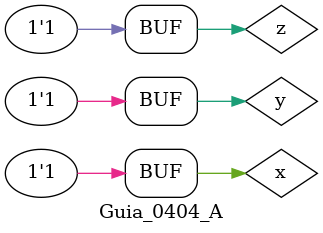
<source format=v>
/**
 * @file Guia_0404_A.v
 * @author 784778 - Wallace Freitas Oliveira (https://github.com/Olivwallace)
 * @brief Guia 04 Exercicio 04 - Arquitetura de Computadores I (PUC-Minas 1°/2023)
 * @date 03-03-2023
 */

`timescale 1ps/1ps
 `include "Guia_0404.v"

 module Guia_0404_A;
    reg x, y, z;
    wire s1;

    //Instanciamento
    Questao_A A (s1, x, y, z);

    //Inicializacao de Valores
    initial begin
        x = 1'b0; y = 1'b0; z = 1'b0;
    end

    //Principal
    initial begin : main
        
        
        $display("Teste Guia_0404 - Expressao Booleana - A");
        
        //Questao A;
        $display("\na) F (X,Y,Z) = P(M) ( 2, 3, 6, 7 ) \n");
        
        //Monitoramento
        $display("|  x  y  z |  S  |");
        $monitor("| %2b %2b %2b | %2b  |", x, y, z, s1);

         //Sinalizacao
        #1 x=0; y=0; z=0; //0
        #1 x=0; y=0; z=1; //1
        #1 x=0; y=1; z=0; //2
        #1 x=0; y=1; z=1; //3
        #1 x=1; y=0; z=0; //4
        #1 x=1; y=0; z=1; //5
        #1 x=1; y=1; z=0; //6
        #1 x=1; y=1; z=1; //7
    end

 endmodule
</source>
